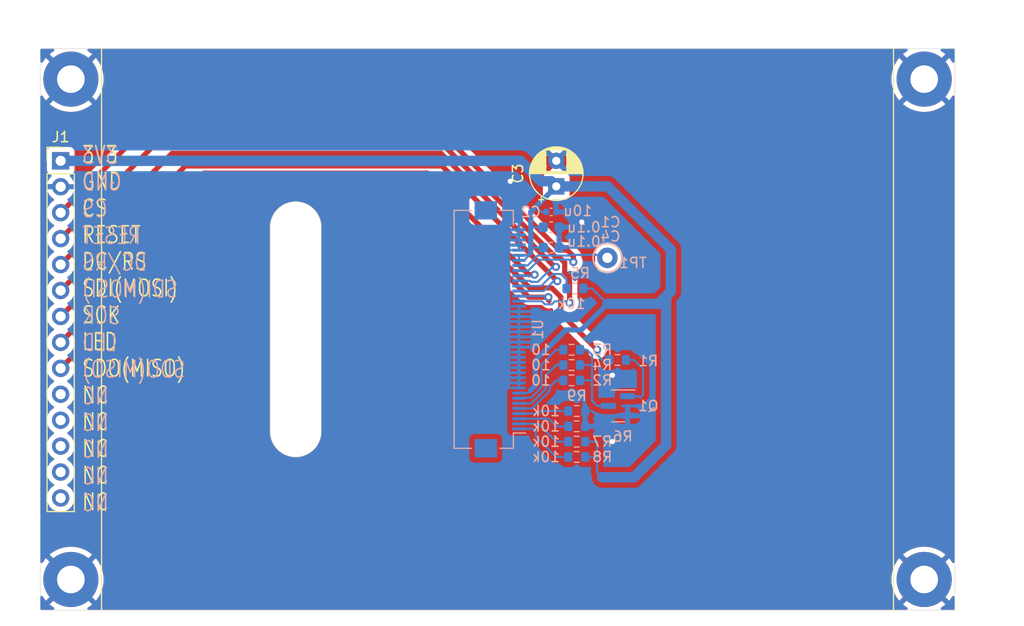
<source format=kicad_pcb>
(kicad_pcb (version 20221018) (generator pcbnew)
  (layers (0 "F.Cu" signal) (31 "B.Cu" signal) (34 "B.Paste" user) (35 "F.Paste" user) (36 "B.SilkS" user "B.Silkscreen") (37 "F.SilkS" user "F.Silkscreen") (38 "B.Mask" user) (39 "F.Mask" user) (44 "Edge.Cuts" user))
  (net 0 "")
  (net 1 "+3V3")
  (net 2 "GND")
  (net 3 "Net-(J1-Pin_3)")
  (net 4 "Net-(J1-Pin_4)")
  (net 5 "Net-(J1-Pin_5)")
  (net 6 "Net-(J1-Pin_6)")
  (net 7 "Net-(J1-Pin_7)")
  (net 8 "Net-(J1-Pin_8)")
  (net 9 "Net-(J1-Pin_9)")
  (net 15 "Net-(R2-Pad1)")
  (net 16 "Net-(R3-Pad1)")
  (net 17 "Net-(R4-Pad1)")
  (net 18 "Net-(Q1-B)")
  (net 19 "Net-(Q1-C)")
  (net 20 "Net-(U1-RD)")
  (net 21 "Net-(U1-IM0)")
  (net 22 "Net-(U1-IM1)")
  (net 23 "Net-(R9-Pad1)")
  (net 24 "Net-(U1-IM2)")
  (net 25 "Net-(U1-FMARK)")
  (footprint "Capacitor_THT:CP_Radial_D5.0mm_P2.50mm" (layer "F.Cu") (at 176.5 113 90)
    (fp_text reference "C3" (at 1.25 -3.75 90) (layer "F.SilkS"))
    (fp_text value "CP")
    (pad "1" thru_hole rect (at 0 0 90) (size 1.6 1.6) (drill 0.8) (layers "*.Cu" "*.Mask") (net 1 "+3V3"))
    (pad "2" thru_hole circle (at 2.5 0 90) (size 1.6 1.6) (drill 0.8) (layers "*.Cu" "*.Mask") (net 2 "GND"))
  )
  (footprint "Connector_PinHeader_2.54mm:PinHeader_1x14_P2.54mm_Vertical" (layer "F.Cu") (at 128 110.5)
    (fp_text reference "J1" (at 0 -2.33) (layer "F.SilkS"))
    (fp_text value "Conn_01x14")
    (pad "1" thru_hole rect (at 0 0) (size 1.7 1.7) (drill 1) (layers "*.Cu" "*.Mask") (net 1 "+3V3"))
    (pad "2" thru_hole oval (at 0 2.54) (size 1.7 1.7) (drill 1) (layers "*.Cu" "*.Mask") (net 2 "GND"))
    (pad "3" thru_hole oval (at 0 5.08) (size 1.7 1.7) (drill 1) (layers "*.Cu" "*.Mask") (net 3 "Net-(J1-Pin_3)"))
    (pad "4" thru_hole oval (at 0 7.62) (size 1.7 1.7) (drill 1) (layers "*.Cu" "*.Mask") (net 4 "Net-(J1-Pin_4)"))
    (pad "5" thru_hole oval (at 0 10.16) (size 1.7 1.7) (drill 1) (layers "*.Cu" "*.Mask") (net 5 "Net-(J1-Pin_5)"))
    (pad "6" thru_hole oval (at 0 12.7) (size 1.7 1.7) (drill 1) (layers "*.Cu" "*.Mask") (net 6 "Net-(J1-Pin_6)"))
    (pad "7" thru_hole oval (at 0 15.24) (size 1.7 1.7) (drill 1) (layers "*.Cu" "*.Mask") (net 7 "Net-(J1-Pin_7)"))
    (pad "8" thru_hole oval (at 0 17.78) (size 1.7 1.7) (drill 1) (layers "*.Cu" "*.Mask") (net 8 "Net-(J1-Pin_8)"))
    (pad "9" thru_hole oval (at 0 20.32) (size 1.7 1.7) (drill 1) (layers "*.Cu" "*.Mask") (net 9 "Net-(J1-Pin_9)"))
    (pad "10" thru_hole oval (at 0 22.86) (size 1.7 1.7) (drill 1) (layers "*.Cu" "*.Mask"))
    (pad "11" thru_hole oval (at 0 25.4) (size 1.7 1.7) (drill 1) (layers "*.Cu" "*.Mask"))
    (pad "12" thru_hole oval (at 0 27.94) (size 1.7 1.7) (drill 1) (layers "*.Cu" "*.Mask"))
    (pad "13" thru_hole oval (at 0 30.48) (size 1.7 1.7) (drill 1) (layers "*.Cu" "*.Mask"))
    (pad "14" thru_hole oval (at 0 33.02) (size 1.7 1.7) (drill 1) (layers "*.Cu" "*.Mask"))
  )
  (footprint "MountingHole:MountingHole_2.7mm_M2.5_Pad_TopBottom" (layer "F.Cu") (at 129 102.5)
    (fp_text reference "H1" hide)
    (fp_text value "MountingHole_Pad")
    (pad "1" thru_hole circle (at 0 0) (size 3.1 3.1) (drill 2.7) (layers "*.Cu" "*.Mask") (net 2 "GND"))
    (pad "1" connect circle (at 0 0) (size 5.4 5.4) (layers "F.Cu" "F.Mask") (net 2 "GND"))
    (pad "1" connect circle (at 0 0) (size 5.4 5.4) (layers "B.Cu" "B.Mask") (net 2 "GND"))
  )
  (footprint "MountingHole:MountingHole_2.7mm_M2.5_Pad_TopBottom" (layer "F.Cu") (at 212.5 102.5)
    (fp_text reference "H3" hide)
    (fp_text value "MountingHole_Pad")
    (pad "1" thru_hole circle (at 0 0) (size 3.1 3.1) (drill 2.7) (layers "*.Cu" "*.Mask") (net 2 "GND"))
    (pad "1" connect circle (at 0 0) (size 5.4 5.4) (layers "F.Cu" "F.Mask") (net 2 "GND"))
    (pad "1" connect circle (at 0 0) (size 5.4 5.4) (layers "B.Cu" "B.Mask") (net 2 "GND"))
  )
  (footprint "MountingHole:MountingHole_2.7mm_M2.5_Pad_TopBottom" (layer "F.Cu") (at 212.5 151.5)
    (fp_text reference "H4" hide)
    (fp_text value "MountingHole_Pad")
    (pad "1" thru_hole circle (at 0 0) (size 3.1 3.1) (drill 2.7) (layers "*.Cu" "*.Mask") (net 2 "GND"))
    (pad "1" connect circle (at 0 0) (size 5.4 5.4) (layers "F.Cu" "F.Mask") (net 2 "GND"))
    (pad "1" connect circle (at 0 0) (size 5.4 5.4) (layers "B.Cu" "B.Mask") (net 2 "GND"))
  )
  (footprint "MountingHole:MountingHole_2.7mm_M2.5_Pad_TopBottom" (layer "F.Cu") (at 129 151.5)
    (fp_text reference "H2" hide)
    (fp_text value "MountingHole_Pad")
    (pad "1" thru_hole circle (at 0 0) (size 3.1 3.1) (drill 2.7) (layers "*.Cu" "*.Mask") (net 2 "GND"))
    (pad "1" connect circle (at 0 0) (size 5.4 5.4) (layers "F.Cu" "F.Mask") (net 2 "GND"))
    (pad "1" connect circle (at 0 0) (size 5.4 5.4) (layers "B.Cu" "B.Mask") (net 2 "GND"))
  )
  (footprint "Capacitor_SMD:C_0603_1608Metric" (layer "B.Cu") (at 176 117)
    (fp_text reference "C1" (at 5.8 -0.5) (layer "B.SilkS") (effects (justify mirror)))
    (fp_text value "0.1u" (at 3.2 0) (layer "B.SilkS") (effects (justify mirror)))
    (pad "1" smd roundrect (at -0.775 0) (size 0.9 0.95) (layers "B.Cu" "B.Paste" "B.Mask") (net 1 "+3V3"))
    (pad "2" smd roundrect (at 0.775 0) (size 0.9 0.95) (layers "B.Cu" "B.Paste" "B.Mask") (net 2 "GND"))
  )
  (footprint "Capacitor_SMD:C_0402_1005Metric" (layer "B.Cu") (at 176 115.5)
    (fp_text reference "C2" (at -2 0) (layer "B.SilkS") (effects (justify mirror)))
    (fp_text value "10u" (at 2.6 -0.1) (layer "B.SilkS") (effects (justify mirror)))
    (pad "1" smd roundrect (at -0.48 0) (size 0.56 0.62) (layers "B.Cu" "B.Paste" "B.Mask") (net 1 "+3V3"))
    (pad "2" smd roundrect (at 0.48 0) (size 0.56 0.62) (layers "B.Cu" "B.Paste" "B.Mask") (net 2 "GND"))
  )
  (footprint "Resistor_SMD:R_0603_1608Metric" (layer "B.Cu") (at 182.5 130 180)
    (fp_text reference "R1" (at -3 -0.1) (layer "B.SilkS") (effects (justify mirror)))
    (fp_text value "R" hide)
    (pad "1" smd roundrect (at -0.825 0 180) (size 0.8 0.95) (layers "B.Cu" "B.Paste" "B.Mask") (net 18 "Net-(Q1-B)"))
    (pad "2" smd roundrect (at 0.825 0 180) (size 0.8 0.95) (layers "B.Cu" "B.Paste" "B.Mask") (net 8 "Net-(J1-Pin_8)"))
  )
  (footprint "Resistor_SMD:R_0603_1608Metric" (layer "B.Cu") (at 178 132)
    (fp_text reference "R2" (at 3 0) (layer "B.SilkS") (effects (justify mirror)))
    (fp_text value "10" (at -3 0) (layer "B.SilkS") (effects (justify mirror)))
    (pad "1" smd roundrect (at -0.825 0) (size 0.8 0.95) (layers "B.Cu" "B.Paste" "B.Mask") (net 15 "Net-(R2-Pad1)"))
    (pad "2" smd roundrect (at 0.825 0) (size 0.8 0.95) (layers "B.Cu" "B.Paste" "B.Mask") (net 19 "Net-(Q1-C)"))
  )
  (footprint "Resistor_SMD:R_0603_1608Metric" (layer "B.Cu") (at 178 129)
    (fp_text reference "R3" (at 3 0) (layer "B.SilkS") (effects (justify mirror)))
    (fp_text value "10" (at -3 0) (layer "B.SilkS") (effects (justify mirror)))
    (pad "1" smd roundrect (at -0.825 0) (size 0.8 0.95) (layers "B.Cu" "B.Paste" "B.Mask") (net 16 "Net-(R3-Pad1)"))
    (pad "2" smd roundrect (at 0.825 0) (size 0.8 0.95) (layers "B.Cu" "B.Paste" "B.Mask") (net 19 "Net-(Q1-C)"))
  )
  (footprint "Resistor_SMD:R_0603_1608Metric" (layer "B.Cu") (at 178 130.5)
    (fp_text reference "R4" (at 3 0) (layer "B.SilkS") (effects (justify mirror)))
    (fp_text value "10" (at -3 0) (layer "B.SilkS") (effects (justify mirror)))
    (pad "1" smd roundrect (at -0.825 0) (size 0.8 0.95) (layers "B.Cu" "B.Paste" "B.Mask") (net 17 "Net-(R4-Pad1)"))
    (pad "2" smd roundrect (at 0.825 0) (size 0.8 0.95) (layers "B.Cu" "B.Paste" "B.Mask") (net 19 "Net-(Q1-C)"))
  )
  (footprint "Resistor_SMD:R_0603_1608Metric" (layer "B.Cu") (at 178.325 123)
    (fp_text reference "R5" (at 0.5 -1.5) (layer "B.SilkS") (effects (justify mirror)))
    (fp_text value "10k" (at -0.325 1.5) (layer "B.SilkS") (effects (justify mirror)))
    (pad "1" smd roundrect (at -0.825 0) (size 0.8 0.95) (layers "B.Cu" "B.Paste" "B.Mask") (net 20 "Net-(U1-RD)"))
    (pad "2" smd roundrect (at 0.825 0) (size 0.8 0.95) (layers "B.Cu" "B.Paste" "B.Mask") (net 1 "+3V3"))
  )
  (footprint "Resistor_SMD:R_0603_1608Metric" (layer "B.Cu") (at 178.5 136.5)
    (fp_text reference "R6" (at 4.5 1) (layer "B.SilkS") (effects (justify mirror)))
    (fp_text value "10k" (at -3 0) (layer "B.SilkS") (effects (justify mirror)))
    (pad "1" smd roundrect (at -0.825 0) (size 0.8 0.95) (layers "B.Cu" "B.Paste" "B.Mask") (net 21 "Net-(U1-IM0)"))
    (pad "2" smd roundrect (at 0.825 0) (size 0.8 0.95) (layers "B.Cu" "B.Paste" "B.Mask") (net 2 "GND"))
  )
  (footprint "Resistor_SMD:R_0603_1608Metric" (layer "B.Cu") (at 178.5 138)
    (fp_text reference "R7" (at 2.5 0) (layer "B.SilkS") (effects (justify mirror)))
    (fp_text value "10k" (at -3 0) (layer "B.SilkS") (effects (justify mirror)))
    (pad "1" smd roundrect (at -0.825 0) (size 0.8 0.95) (layers "B.Cu" "B.Paste" "B.Mask") (net 22 "Net-(U1-IM1)"))
    (pad "2" smd roundrect (at 0.825 0) (size 0.8 0.95) (layers "B.Cu" "B.Paste" "B.Mask") (net 1 "+3V3"))
  )
  (footprint "Resistor_SMD:R_0603_1608Metric" (layer "B.Cu") (at 178.5 139.5)
    (fp_text reference "R8" (at 2.5 0) (layer "B.SilkS") (effects (justify mirror)))
    (fp_text value "10k" (at -3 0) (layer "B.SilkS") (effects (justify mirror)))
    (pad "1" smd roundrect (at -0.825 0) (size 0.8 0.95) (layers "B.Cu" "B.Paste" "B.Mask") (net 24 "Net-(U1-IM2)"))
    (pad "2" smd roundrect (at 0.825 0) (size 0.8 0.95) (layers "B.Cu" "B.Paste" "B.Mask") (net 1 "+3V3"))
  )
  (footprint "TestPoint:TestPoint_Keystone_5000-5004_Miniature" (layer "B.Cu") (at 181.5 120 180)
    (fp_text reference "TP1" (at -2.5 -0.5) (layer "B.SilkS") (effects (justify mirror)))
    (fp_text value "TestPoint")
    (pad "1" thru_hole circle (at 0 0 180) (size 2 2) (drill 1) (layers "*.Cu" "*.Mask") (net 25 "Net-(U1-FMARK)"))
  )
  (footprint "library:Hirose_40P0.50mm_Horizontal_Reverse" (layer "B.Cu") (at 171 127 90)
    (fp_text reference "U1" (at 0 3.7 90) (layer "B.SilkS") (effects (justify mirror)))
    (fp_text value "LCD_FPC40pin")
    (pad "1" smd rect (at 9.75 1.85 90) (size 0.3 1.3) (layers "B.Cu" "B.Paste" "B.Mask") (net 2 "GND"))
    (pad "2" smd rect (at 9.25 1.85 90) (size 0.3 1.3) (layers "B.Cu" "B.Paste" "B.Mask") (net 2 "GND"))
    (pad "3" smd rect (at 8.75 1.85 90) (size 0.3 1.3) (layers "B.Cu" "B.Paste" "B.Mask") (net 2 "GND"))
    (pad "4" smd rect (at 8.25 1.85 90) (size 0.3 1.3) (layers "B.Cu" "B.Paste" "B.Mask") (net 2 "GND"))
    (pad "5" smd rect (at 7.75 1.85 90) (size 0.3 1.3) (layers "B.Cu" "B.Paste" "B.Mask") (net 2 "GND"))
    (pad "6" smd rect (at 7.25 1.85 90) (size 0.3 1.3) (layers "B.Cu" "B.Paste" "B.Mask") (net 1 "+3V3"))
    (pad "7" smd rect (at 6.75 1.85 90) (size 0.3 1.3) (layers "B.Cu" "B.Paste" "B.Mask") (net 1 "+3V3"))
    (pad "8" smd rect (at 6.25 1.85 90) (size 0.3 1.3) (layers "B.Cu" "B.Paste" "B.Mask") (net 25 "Net-(U1-FMARK)"))
    (pad "9" smd rect (at 5.75 1.85 90) (size 0.3 1.3) (layers "B.Cu" "B.Paste" "B.Mask") (net 3 "Net-(J1-Pin_3)"))
    (pad "10" smd rect (at 5.25 1.85 90) (size 0.3 1.3) (layers "B.Cu" "B.Paste" "B.Mask") (net 7 "Net-(J1-Pin_7)"))
    (pad "11" smd rect (at 4.75 1.85 90) (size 0.3 1.3) (layers "B.Cu" "B.Paste" "B.Mask") (net 5 "Net-(J1-Pin_5)"))
    (pad "12" smd rect (at 4.25 1.85 90) (size 0.3 1.3) (layers "B.Cu" "B.Paste" "B.Mask") (net 20 "Net-(U1-RD)"))
    (pad "13" smd rect (at 3.75 1.85 90) (size 0.3 1.3) (layers "B.Cu" "B.Paste" "B.Mask") (net 6 "Net-(J1-Pin_6)"))
    (pad "14" smd rect (at 3.25 1.85 90) (size 0.3 1.3) (layers "B.Cu" "B.Paste" "B.Mask") (net 9 "Net-(J1-Pin_9)"))
    (pad "15" smd rect (at 2.75 1.85 90) (size 0.3 1.3) (layers "B.Cu" "B.Paste" "B.Mask") (net 4 "Net-(J1-Pin_4)"))
    (pad "16" smd rect (at 2.25 1.85 90) (size 0.3 1.3) (layers "B.Cu" "B.Paste" "B.Mask") (net 2 "GND"))
    (pad "17" smd rect (at 1.75 1.85 90) (size 0.3 1.3) (layers "B.Cu" "B.Paste" "B.Mask") (net 2 "GND"))
    (pad "18" smd rect (at 1.25 1.85 90) (size 0.3 1.3) (layers "B.Cu" "B.Paste" "B.Mask") (net 2 "GND"))
    (pad "19" smd rect (at 0.75 1.85 90) (size 0.3 1.3) (layers "B.Cu" "B.Paste" "B.Mask") (net 2 "GND"))
    (pad "20" smd rect (at 0.25 1.85 90) (size 0.3 1.3) (layers "B.Cu" "B.Paste" "B.Mask") (net 2 "GND"))
    (pad "21" smd rect (at -0.25 1.85 90) (size 0.3 1.3) (layers "B.Cu" "B.Paste" "B.Mask") (net 2 "GND"))
    (pad "22" smd rect (at -0.75 1.85 90) (size 0.3 1.3) (layers "B.Cu" "B.Paste" "B.Mask") (net 2 "GND"))
    (pad "23" smd rect (at -1.25 1.85 90) (size 0.3 1.3) (layers "B.Cu" "B.Paste" "B.Mask") (net 2 "GND"))
    (pad "24" smd rect (at -1.75 1.85 90) (size 0.3 1.3) (layers "B.Cu" "B.Paste" "B.Mask") (net 2 "GND"))
    (pad "25" smd rect (at -2.75 1.85 90) (size 0.3 1.3) (layers "B.Cu" "B.Paste" "B.Mask") (net 2 "GND"))
    (pad "26" smd rect (at -2.25 1.85 90) (size 0.3 1.3) (layers "B.Cu" "B.Paste" "B.Mask") (net 2 "GND"))
    (pad "27" smd rect (at -3.25 1.85 90) (size 0.3 1.3) (layers "B.Cu" "B.Paste" "B.Mask") (net 2 "GND"))
    (pad "28" smd rect (at -3.75 1.85 90) (size 0.3 1.3) (layers "B.Cu" "B.Paste" "B.Mask") (net 2 "GND"))
    (pad "29" smd rect (at -4.25 1.85 90) (size 0.3 1.3) (layers "B.Cu" "B.Paste" "B.Mask") (net 2 "GND"))
    (pad "30" smd rect (at -4.75 1.85 90) (size 0.3 1.3) (layers "B.Cu" "B.Paste" "B.Mask") (net 2 "GND"))
    (pad "31" smd rect (at -5.25 1.85 90) (size 0.3 1.3) (layers "B.Cu" "B.Paste" "B.Mask") (net 2 "GND"))
    (pad "32" smd rect (at -5.75 1.85 90) (size 0.3 1.3) (layers "B.Cu" "B.Paste" "B.Mask") (net 2 "GND"))
    (pad "33" smd rect (at -6.25 1.85 90) (size 0.3 1.3) (layers "B.Cu" "B.Paste" "B.Mask") (net 1 "+3V3"))
    (pad "34" smd rect (at -6.75 1.85 90) (size 0.3 1.3) (layers "B.Cu" "B.Paste" "B.Mask") (net 16 "Net-(R3-Pad1)"))
    (pad "35" smd rect (at -7.25 1.85 90) (size 0.3 1.3) (layers "B.Cu" "B.Paste" "B.Mask") (net 17 "Net-(R4-Pad1)"))
    (pad "36" smd rect (at -7.75 1.85 90) (size 0.3 1.3) (layers "B.Cu" "B.Paste" "B.Mask") (net 15 "Net-(R2-Pad1)"))
    (pad "37" smd rect (at -8.25 1.85 90) (size 0.3 1.3) (layers "B.Cu" "B.Paste" "B.Mask") (net 23 "Net-(R9-Pad1)"))
    (pad "38" smd rect (at -8.75 1.85 90) (size 0.3 1.3) (layers "B.Cu" "B.Paste" "B.Mask") (net 21 "Net-(U1-IM0)"))
    (pad "39" smd rect (at -9.25 1.85 90) (size 0.3 1.3) (layers "B.Cu" "B.Paste" "B.Mask") (net 22 "Net-(U1-IM1)"))
    (pad "40" smd rect (at -9.75 1.85 90) (size 0.3 1.3) (layers "B.Cu" "B.Paste" "B.Mask") (net 24 "Net-(U1-IM2)"))
    (pad "MP" smd rect (at -11.65 -1.4 90) (size 1.8 2.2) (layers "B.Cu" "B.Paste" "B.Mask"))
    (pad "MP" smd rect (at 11.65 -1.4 90) (size 1.8 2.2) (layers "B.Cu" "B.Paste" "B.Mask"))
  )
  (footprint "Resistor_SMD:R_0603_1608Metric" (layer "B.Cu") (at 178.5 135)
    (fp_text reference "R9" (at 0 -1.5) (layer "B.SilkS") (effects (justify mirror)))
    (fp_text value "10k" (at -3 0) (layer "B.SilkS") (effects (justify mirror)))
    (pad "1" smd roundrect (at -0.825 0) (size 0.8 0.95) (layers "B.Cu" "B.Paste" "B.Mask") (net 23 "Net-(R9-Pad1)"))
    (pad "2" smd roundrect (at 0.825 0) (size 0.8 0.95) (layers "B.Cu" "B.Paste" "B.Mask") (net 2 "GND"))
  )
  (footprint "Capacitor_SMD:C_0603_1608Metric" (layer "B.Cu") (at 176 119)
    (fp_text reference "C4" (at 5.8 -1.1) (layer "B.SilkS") (effects (justify mirror)))
    (fp_text value "0.1u" (at 3.2 -0.6) (layer "B.SilkS") (effects (justify mirror)))
    (pad "1" smd roundrect (at -0.775 0) (size 0.9 0.95) (layers "B.Cu" "B.Paste" "B.Mask") (net 1 "+3V3"))
    (pad "2" smd roundrect (at 0.775 0) (size 0.9 0.95) (layers "B.Cu" "B.Paste" "B.Mask") (net 2 "GND"))
  )
  (footprint "Package_TO_SOT_SMD:SOT-23" (layer "B.Cu") (at 182.5375 134.5 180)
    (fp_text reference "Q1" (at -2.9625 0) (layer "B.SilkS") (effects (justify mirror)))
    (fp_text value "S8050")
    (pad "1" smd roundrect (at -0.9375 0.95 180) (size 1.475 0.6) (layers "B.Cu" "B.Paste" "B.Mask") (net 18 "Net-(Q1-B)"))
    (pad "2" smd roundrect (at -0.9375 -0.95 180) (size 1.475 0.6) (layers "B.Cu" "B.Paste" "B.Mask") (net 2 "GND"))
    (pad "3" smd roundrect (at 0.9375 0 180) (size 1.475 0.6) (layers "B.Cu" "B.Paste" "B.Mask") (net 19 "Net-(Q1-C)"))
  )
  (gr_line (start 209.5 99.5) (end 209.5 154.5) (stroke (width 0.12)) (layer "F.SilkS"))
  (gr_line (start 132 99.5) (end 132 154.5) (stroke (width 0.12)) (layer "F.SilkS"))
  (gr_line (start 215.5 154.5) (end 215.5 99.5) (stroke (width 0.05)) (layer "Edge.Cuts"))
  (gr_line (start 215.5 99.5) (end 126 99.5) (stroke (width 0.05)) (layer "Edge.Cuts"))
  (gr_line (start 148.5 127) (end 148.5 137) (stroke (width 0.05)) (layer "Edge.Cuts"))
  (gr_line (start 126 99.5) (end 126 154.5) (stroke (width 0.05)) (layer "Edge.Cuts"))
  (gr_line (start 215.5 143.5) (end 215.5 127) (stroke (width 0.05)) (layer "Edge.Cuts"))
  (gr_line (start 126 143) (end 126 143.5) (stroke (width 0.05)) (layer "Edge.Cuts"))
  (gr_line (start 148.5 127) (end 148.5 117) (stroke (width 0.05)) (layer "Edge.Cuts"))
  (gr_line (start 215.5 127) (end 215.5 99.5) (stroke (width 0.05)) (layer "Edge.Cuts"))
  (gr_line (start 153.5 127) (end 153.5 117) (stroke (width 0.05)) (layer "Edge.Cuts"))
  (gr_line (start 126 127) (end 126 143) (stroke (width 0.05)) (layer "Edge.Cuts"))
  (gr_arc (start 148.5 117) (mid 151 114.5) (end 153.5 117) (stroke (width 0.05)) (layer "Edge.Cuts"))
  (gr_line (start 153.5 127) (end 153.5 137) (stroke (width 0.05)) (layer "Edge.Cuts"))
  (gr_line (start 126 154.5) (end 215.5 154.5) (stroke (width 0.05)) (layer "Edge.Cuts"))
  (gr_arc (start 153.5 137) (mid 151 139.5) (end 148.5 137) (stroke (width 0.05)) (layer "Edge.Cuts"))
  (gr_line (start 126 127) (end 126 111) (stroke (width 0.05)) (layer "Edge.Cuts"))
  (gr_text "3V3\nGND\nCS\nRESET\nDC/RS\nSDI(MOSI)\nSCK\nLED\nSDO(MISO)\nNC\nNC\nNC\nNC\nNC" (at 130 127) (layer "B.SilkS") (effects (font (size 1.6256 1.27)) (justify right mirror)))
  (gr_text "3V3\nGND\nCS\nRESET\nDC/RS\nSDI(MOSI)\nSCK\nLED\nSDO(MISO)\nNC\nNC\nNC\nNC\nNC" (at 130 126.9) (layer "F.SilkS") (effects (font (size 1.6256 1.27)) (justify left)))
  (segment (start 174.5 115) (end 175 115.5) (width 0.2032) (layer "B.Cu") (net 1))
  (segment (start 175 119) (end 174.6 119) (width 0.2032) (layer "B.Cu") (net 1))
  (segment (start 174.44439 130.05561) (end 177.437988 127.062012) (width 0.508) (layer "B.Cu") (net 1))
  (segment (start 184.084122 141.5) (end 181 141.5) (width 1.016) (layer "B.Cu") (net 1))
  (segment (start 173.7032 119.75) (end 173.9766 119.4766) (width 0.2032) (layer "B.Cu") (net 1))
  (segment (start 178.937988 127.062012) (end 181.5 124.5) (width 0.508) (layer "B.Cu") (net 1))
  (segment (start 187.708001 119.180159) (end 187.708001 123.291999) (width 1.016) (layer "B.Cu") (net 1))
  (segment (start 128 110.5) (end 173 110.5) (width 1.016) (layer "B.Cu") (net 1))
  (segment (start 187.708001 123.291999) (end 187.25 123.75) (width 1.016) (layer "B.Cu") (net 1))
  (segment (start 179.15 123) (end 180 123) (width 0.2032) (layer "B.Cu") (net 1))
  (segment (start 174.44439 132.39759) (end 174.44439 130.05561) (width 0.508) (layer "B.Cu") (net 1))
  (segment (start 176 112.5) (end 176.5 113) (width 1.016) (layer "B.Cu") (net 1))
  (segment (start 179.325 139.5) (end 180.5 139.5) (width 0.2032) (layer "B.Cu") (net 1))
  (segment (start 186.5 124.5) (end 181.5 124.5) (width 1.016) (layer "B.Cu") (net 1))
  (segment (start 175.429776 115.5) (end 175.474888 115.454888) (width 0.2032) (layer "B.Cu") (net 1))
  (segment (start 175 115.5) (end 175.429776 115.5) (width 0.2032) (layer "B.Cu") (net 1))
  (segment (start 173.35 120.25) (end 173.9766 119.6234) (width 0.2032) (layer "B.Cu") (net 1))
  (segment (start 172.85 133.25) (end 173.7032 133.25) (width 0.2032) (layer "B.Cu") (net 1))
  (segment (start 176.5 113) (end 181.527842 113) (width 1.016) (layer "B.Cu") (net 1))
  (segment (start 172.85 119.75) (end 173.7032 119.75) (width 0.2032) (layer "B.Cu") (net 1))
  (segment (start 180.5 138) (end 180.5 141) (width 0.2032) (layer "B.Cu") (net 1))
  (segment (start 172.85 120.25) (end 172.85 119.75) (width 0.2032) (layer "B.Cu") (net 1))
  (segment (start 172.85 120.25) (end 173.35 120.25) (width 0.2032) (layer "B.Cu") (net 1))
  (segment (start 173 110.5) (end 175 112.5) (width 1.016) (layer "B.Cu") (net 1))
  (segment (start 187.25 123.75) (end 187.25 138.334122) (width 1.016) (layer "B.Cu") (net 1))
  (segment (start 175 112.5) (end 176 112.5) (width 1.016) (layer "B.Cu") (net 1))
  (segment (start 177.437988 127.062012) (end 178.937988 127.062012) (width 0.508) (layer "B.Cu") (net 1))
  (segment (start 174.5 115) (end 174 115.5) (width 0.508) (layer "B.Cu") (net 1))
  (segment (start 181 141.5) (end 181.5 141.5) (width 1.016) (layer "B.Cu") (net 1))
  (segment (start 176.5 113) (end 174.5 115) (width 0.508) (layer "B.Cu") (net 1))
  (segment (start 187.25 123.75) (end 186.5 124.5) (width 1.016) (layer "B.Cu") (net 1))
  (segment (start 174 115.5) (end 174 117) (width 0.508) (layer "B.Cu") (net 1))
  (segment (start 175.225 117) (end 174 117) (width 0.2032) (layer "B.Cu") (net 1))
  (segment (start 174 119) (end 174 119.5) (width 0.508) (layer "B.Cu") (net 1))
  (segment (start 180.5 141) (end 181 141.5) (width 0.2032) (layer "B.Cu") (net 1))
  (segment (start 173.9766 132.9766) (end 174.5 132.4532) (width 0.508) (layer "B.Cu") (net 1))
  (segment (start 175 119) (end 175.5 119) (width 0.508) (layer "B.Cu") (net 1))
  (segment (start 174.5 132.4532) (end 174.5 130.490616) (width 0.2032) (layer "B.Cu") (net 1))
  (segment (start 187.25 138.334122) (end 184.084122 141.5) (width 1.016) (layer "B.Cu") (net 1))
  (segment (start 174.5 132.4532) (end 174.44439 132.39759) (width 0.508) (layer "B.Cu") (net 1))
  (segment (start 174 117) (end 174 119) (width 0.508) (layer "B.Cu") (net 1))
  (segment (start 179.325 138) (end 180.5 138) (width 0.2032) (layer "B.Cu") (net 1))
  (segment (start 181.527842 113) (end 187.708001 119.180159) (width 1.016) (layer "B.Cu") (net 1))
  (segment (start 180 123) (end 181.5 124.5) (width 0.2032) (layer "B.Cu") (net 1))
  (segment (start 173.9766 119.6234) (end 173.9766 119.4766) (width 0.2032) (layer "B.Cu") (net 1))
  (segment (start 174.6 119) (end 174 119) (width 0.2032) (layer "B.Cu") (net 1))
  (segment (start 173.7032 133.25) (end 173.9766 132.9766) (width 0.2032) (layer "B.Cu") (net 1))
  (segment (start 184 127) (end 184 129.5) (width 1.016) (layer "F.Cu") (net 2))
  (segment (start 180 121.027842) (end 180 123) (width 1.016) (layer "F.Cu") (net 2))
  (segment (start 180 123) (end 184 127) (width 1.016) (layer "F.Cu") (net 2))
  (segment (start 176.5 110.5) (end 177.63137 110.5) (width 1.016) (layer "F.Cu") (net 2))
  (segment (start 180 118.972158) (end 179.791999 119.180159) (width 1.016) (layer "F.Cu") (net 2))
  (segment (start 176.5 110.5) (end 175.36863 110.5) (width 1.016) (layer "F.Cu") (net 2))
  (segment (start 184 129.5) (end 184 136) (width 1.016) (layer "F.Cu") (net 2))
  (segment (start 179.791999 119.180159) (end 179.791999 120.819841) (width 1.016) (layer "F.Cu") (net 2))
  (segment (start 173.36863 112.5) (end 172 112.5) (width 1.016) (layer "F.Cu") (net 2))
  (segment (start 184 129.5) (end 182 131.5) (width 1.016) (layer "F.Cu") (net 2))
  (segment (start 180.5 114.5) (end 180 115) (width 1.016) (layer "F.Cu") (net 2))
  (segment (start 180 115) (end 180 118.972158) (width 1.016) (layer "F.Cu") (net 2))
  (segment (start 179.5 116.5) (end 179 116.5) (width 1.016) (layer "F.Cu") (net 2))
  (segment (start 177.63137 110.5) (end 180.5 113.36863) (width 1.016) (layer "F.Cu") (net 2))
  (segment (start 179.791999 120.819841) (end 180 121.027842) (width 1.016) (layer "F.Cu") (net 2))
  (segment (start 175.36863 110.5) (end 173.36863 112.5) (width 1.016) (layer "F.Cu") (net 2))
  (segment (start 180.5 114.5) (end 180.5 115.5) (width 1.016) (layer "F.Cu") (net 2))
  (segment (start 180.5 115.5) (end 179.5 116.5) (width 1.016) (layer "F.Cu") (net 2))
  (segment (start 180.5 113.36863) (end 180.5 114.5) (width 1.016) (layer "F.Cu") (net 2))
  (segment (start 184 136) (end 182 138) (width 1.016) (layer "F.Cu") (net 2))
  (via (at 172 112.5) (size 1.016) (drill 0.508) (layers "F.Cu" "B.Cu") (net 2))
  (via (at 179 116.5) (size 1.016) (drill 0.508) (layers "F.Cu" "B.Cu") (net 2))
  (via (at 182 131.5) (size 1.016) (drill 0.508) (layers "F.Cu" "B.Cu") (net 2))
  (via (at 182 138) (size 1.016) (drill 0.508) (layers "F.Cu" "B.Cu") (net 2))
  (segment (start 171.733998 124.75) (end 171.491999 124.991999) (width 0.2032) (layer "B.Cu") (net 2))
  (segment (start 172.85 119.25) (end 172.85 117.25) (width 0.2032) (layer "B.Cu") (net 2))
  (segment (start 178.5 119) (end 179 118.5) (width 0.2032) (layer "B.Cu") (net 2))
  (segment (start 172.85 126.25) (end 171.75 126.25) (width 0.2032) (layer "B.Cu") (net 2))
  (segment (start 172.85 125.25) (end 171.75 125.25) (width 0.2032) (layer "B.Cu") (net 2))
  (segment (start 172.85 130.75) (end 171.733998 130.75) (width 0.2032) (layer "B.Cu") (net 2))
  (segment (start 179.325 135) (end 180 135) (width 0.2032) (layer "B.Cu") (net 2))
  (segment (start 172.85 117.75) (end 171.75 117.75) (width 0.2032) (layer "B.Cu") (net 2))
  (segment (start 171.75 132.25) (end 171.491999 131.991999) (width 0.2032) (layer "B.Cu") (net 2))
  (segment (start 171.75 126.25) (end 171.491999 125.991999) (width 0.2032) (layer "B.Cu") (net 2))
  (segment (start 171.491999 131.991999) (end 171.491999 132.491999) (width 1.016) (layer "B.Cu") (net 2))
  (segment (start 176.775 119) (end 178.5 119) (width 0.2032) (layer "B.Cu") (net 2))
  (segment (start 178.5 117) (end 179 116.5) (width 0.2032) (layer "B.Cu") (net 2))
  (segment (start 171.733998 129.25) (end 171.491999 129.008001) (width 0.2032) (layer "B.Cu") (net 2))
  (segment (start 172.85 117.25) (end 171.733998 117.25) (width 0.2032) (layer "B.Cu") (net 2))
  (segment (start 171.75 126.75) (end 171.491999 127.008001) (width 0.2032) (layer "B.Cu") (net 2))
  (segment (start 171.733998 119.25) (end 171.491999 119.008001) (width 0.2032) (layer "B.Cu") (net 2))
  (segment (start 183.475 135.45) (end 183.475 136.525) (width 0.25) (layer "B.Cu") (net 2))
  (segment (start 172.85 132.25) (end 171.75 132.25) (width 0.2032) (layer "B.Cu") (net 2))
  (segment (start 171.491999 130.508001) (end 171.491999 131.991999) (width 1.016) (layer "B.Cu") (net 2))
  (segment (start 171.75 117.75) (end 171.491999 117.491999) (width 0.2032) (layer "B.Cu") (net 2))
  (segment (start 171.75 127.75) (end 171.491999 127.491999) (width 0.2032) (layer "B.Cu") (net 2))
  (segment (start 172.85 132.75) (end 171.75 132.75) (width 0.2032) (layer "B.Cu") (net 2))
  (segment (start 171.75 128.75) (end 171.491999 128.491999) (width 0.2032) (layer "B.Cu") (net 2))
  (segment (start 171.75 118.75) (end 171.491999 118.491999) (width 0.2032) (layer "B.Cu") (net 2))
  (segment (start 171.491999 127.491999) (end 171.491999 128.491999) (width 1.016) (layer "B.Cu") (net 2))
  (segment (start 176.48 115.5) (end 178 115.5) (width 0.2032) (layer "B.Cu") (net 2))
  (segment (start 181.5 136.5) (end 181 136.5) (width 0.2032) (layer "B.Cu") (net 2))
  (segment (start 176.775 117) (end 178.5 117) (width 0.2032) (layer "B.Cu") (net 2))
  (segment (start 171.491999 116.732403) (end 171.491999 117.491999) (width 1.016) (layer "B.Cu") (net 2))
  (segment (start 176.4532 117) (end 176.725 117) (width 0.2032) (layer "B.Cu") (net 2))
  (segment (start 171.733998 125.75) (end 171.491999 125.508001) (width 0.2032) (layer "B.Cu") (net 2))
  (segment (start 183.475 136.525) (end 182 138) (width 0.25) (layer "B.Cu") (net 2))
  (segment (start 171.491999 128.491999) (end 171.491999 129.008001) (width 1.016) (layer "B.Cu") (net 2))
  (segment (start 171.491999 130.008001) (end 171.491999 130.508001) (width 1.016) (layer "B.Cu") (net 2))
  (segment (start 171.733998 127.25) (end 171.491999 127.008001) (width 0.2032) (layer "B.Cu") (net 2))
  (segment (start 172.85 127.25) (end 171.733998 127.25) (width 0.2032) (layer "B.Cu") (net 2))
  (segment (start 172 116.224402) (end 171.491999 116.732403) (width 1.016) (layer "B.Cu") (net 2))
  (segment (start 171.733998 131.75) (end 171.491999 131.991999) (width 0.2032) (layer "B.Cu") (net 2))
  (segment (start 172.85 132.75) (end 172.85 124.75) (width 0.2032) (layer "B.Cu") (net 2))
  (segment (start 172.85 125.75) (end 171.733998 125.75) (width 0.2032) (layer "B.Cu") (net 2))
  (segment (start 180 135) (end 182 137) (width 0.2032) (layer "B.Cu") (net 2))
  (segment (start 179 118.5) (end 179 116.5) (width 0.2032) (layer "B.Cu") (net 2))
  (segment (start 172.85 130.25) (end 171.733998 130.25) (width 0.2032) (layer "B.Cu") (net 2))
  (segment (start 172.85 126.75) (end 171.75 126.75) (width 0.2032) (layer "B.Cu") (net 2))
  (segment (start 183.5 135.45) (end 184.05 135.45) (width 0.2032) (layer "B.Cu") (net 2))
  (segment (start 171.75 129.75) (end 171.491999 130.008001) (width 0.2032) (layer "B.Cu") (net 2))
  (segment (start 172.85 131.75) (end 171.733998 131.75) (width 0.2032) (layer "B.Cu") (net 2))
  (segment (start 171.733998 128.25) (end 171.491999 128.491999) (width 0.2032) (layer "B.Cu") (net 2))
  (segment (start 172.85 128.25) (end 171.733998 128.25) (width 0.2032) (layer "B.Cu") (net 2))
  (segment (start 172.85 118.25) (end 171.733998 118.25) (width 0.2032) (layer "B.Cu") (net 2))
  (segment (start 171.733998 118.25) (end 171.491999 118.491999) (width 0.2032) (layer "B.Cu") (net 2))
  (segment (start 171.491999 125.508001) (end 171.491999 125.991999) (width 1.016) (layer "B.Cu") (net 2))
  (segment (start 172.85 119.25) (end 171.733998 119.25) (width 0.2032) (layer "B.Cu") (net 2))
  (segment (start 172.85 127.75) (end 171.75 127.75) (width 0.2032) (layer "B.Cu") (net 2))
  (segment (start 172.85 124.75) (end 171.733998 124.75) (width 0.2032) (layer "B.Cu") (net 2))
  (segment (start 172 112.5) (end 172 116.224402) (width 1.016) (layer "B.Cu") (net 2))
  (segment (start 171.491999 124.991999) (end 171.491999 125.508001) (width 1.016) (layer "B.Cu") (net 2))
  (segment (start 171.491999 125.991999) (end 171.491999 127.008001) (width 1.016) (layer "B.Cu") (net 2))
  (segment (start 176.725 117) (end 177 117) (width 0.2032) (layer "B.Cu") (net 2))
  (segment (start 171.491999 117.491999) (end 171.491999 118.491999) (width 1.016) (layer "B.Cu") (net 2))
  (segment (start 171.75 125.25) (end 171.491999 124.991999) (width 0.2032) (layer "B.Cu") (net 2))
  (segment (start 171.491999 129.008001) (end 171.491999 130.008001) (width 1.016) (layer "B.Cu") (net 2))
  (segment (start 171.491999 127.008001) (end 171.491999 127.491999) (width 1.016) (layer "B.Cu") (net 2))
  (segment (start 171.75 132.75) (end 171.491999 132.491999) (width 0.2032) (layer "B.Cu") (net 2))
  (segment (start 179.325 136.5) (end 181.5 136.5) (width 0.2032) (layer "B.Cu") (net 2))
  (segment (start 171.733998 130.75) (end 171.491999 130.508001) (width 0.2032) (layer "B.Cu") (net 2))
  (segment (start 171.491999 118.491999) (end 171.491999 119.008001) (width 1.016) (layer "B.Cu") (net 2))
  (segment (start 172.85 128.75) (end 171.75 128.75) (width 0.2032) (layer "B.Cu") (net 2))
  (segment (start 171.733998 130.25) (end 171.491999 130.008001) (width 0.2032) (layer "B.Cu") (net 2))
  (segment (start 172.85 129.25) (end 171.733998 129.25) (width 0.2032) (layer "B.Cu") (net 2))
  (segment (start 171.491999 119.008001) (end 171.491999 124.991999) (width 1.016) (layer "B.Cu") (net 2))
  (segment (start 182 137) (end 182 138) (width 0.2032) (layer "B.Cu") (net 2))
  (segment (start 172.85 129.75) (end 171.75 129.75) (width 0.2032) (layer "B.Cu") (net 2))
  (segment (start 178 115.5) (end 179 116.5) (width 0.2032) (layer "B.Cu") (net 2))
  (segment (start 172.85 118.75) (end 171.75 118.75) (width 0.2032) (layer "B.Cu") (net 2))
  (segment (start 171.733998 117.25) (end 171.491999 117.491999) (width 0.2032) (layer "B.Cu") (net 2))
  (segment (start 176.808685 119.245937) (end 177.575415 119.245937) (width 0.508) (layer "F.Cu") (net 3))
  (segment (start 178.17552 119.846042) (end 178.17552 120.411727) (width 0.508) (layer "F.Cu") (net 3))
  (segment (start 128 115.58) (end 135.228061 108.351939) (width 0.508) (layer "F.Cu") (net 3))
  (segment (start 177.575415 119.245937) (end 178.17552 119.846042) (width 0.508) (layer "F.Cu") (net 3))
  (segment (start 135.228061 108.351939) (end 165.914687 108.351939) (width 0.508) (layer "F.Cu") (net 3))
  (segment (start 165.914687 108.351939) (end 176.808685 119.245937) (width 0.508) (layer "F.Cu") (net 3))
  (via (at 178.17552 120.411727) (size 0.8) (drill 0.4) (layers "F.Cu" "B.Cu") (net 3))
  (segment (start 177.943614 120.179821) (end 178.17552 120.411727) (width 0.2032) (layer "B.Cu") (net 3))
  (segment (start 173.019481 121.25) (end 173.763108 121.25) (width 0.2032) (layer "B.Cu") (net 3))
  (segment (start 174.833287 120.179821) (end 177.943614 120.179821) (width 0.2032) (layer "B.Cu") (net 3))
  (segment (start 173.763108 121.25) (end 174.833287 120.179821) (width 0.2032) (layer "B.Cu") (net 3))
  (segment (start 177.323407 121.422163) (end 177.8 121.898756) (width 0.508) (layer "F.Cu") (net 4))
  (segment (start 177.323407 120.47151) (end 177.323407 121.422163) (width 0.508) (layer "F.Cu") (net 4))
  (segment (start 176.45267 119.953948) (end 176.805845 119.953948) (width 0.508) (layer "F.Cu") (net 4))
  (segment (start 137.06005 109.05995) (end 165.558673 109.059951) (width 0.508) (layer "F.Cu") (net 4))
  (segment (start 128 118.12) (end 137.06005 109.05995) (width 0.508) (layer "F.Cu") (net 4))
  (segment (start 177.8 121.898756) (end 177.8 124.4) (width 0.508) (layer "F.Cu") (net 4))
  (segment (start 176.805845 119.953948) (end 177.323407 120.47151) (width 0.508) (layer "F.Cu") (net 4))
  (segment (start 165.558673 109.059951) (end 176.45267 119.953948) (width 0.508) (layer "F.Cu") (net 4))
  (via (at 177.8 124.4) (size 0.8) (drill 0.4) (layers "F.Cu" "B.Cu") (net 4))
  (segment (start 177.65 124.25) (end 177.8 124.4) (width 0.2032) (layer "B.Cu") (net 4))
  (segment (start 175.385928 124.551812) (end 176.059466 124.551812) (width 0.2032) (layer "B.Cu") (net 4))
  (segment (start 172.85 124.25) (end 175.084116 124.25) (width 0.2032) (layer "B.Cu") (net 4))
  (segment (start 176.059466 124.551812) (end 176.361278 124.25) (width 0.2032) (layer "B.Cu") (net 4))
  (segment (start 176.361278 124.25) (end 177.65 124.25) (width 0.2032) (layer "B.Cu") (net 4))
  (segment (start 175.084116 124.25) (end 175.385928 124.551812) (width 0.2032) (layer "B.Cu") (net 4))
  (segment (start 138.892039 109.767961) (end 165.225125 109.767961) (width 0.508) (layer "F.Cu") (net 5))
  (segment (start 128 120.66) (end 138.892039 109.767961) (width 0.508) (layer "F.Cu") (net 5))
  (segment (start 165.225125 109.767961) (end 176.338595 120.881431) (width 0.508) (layer "F.Cu") (net 5))
  (segment (start 176.338595 120.881431) (end 176.469406 120.881431) (width 0.508) (layer "F.Cu") (net 5))
  (via (at 176.469406 120.881431) (size 0.8) (drill 0.4) (layers "F.Cu" "B.Cu") (net 5))
  (segment (start 174.039198 122.353067) (end 174.690465 122.353067) (width 0.2032) (layer "B.Cu") (net 5))
  (segment (start 176.162101 120.881431) (end 176.469406 120.881431) (width 0.2032) (layer "B.Cu") (net 5))
  (segment (start 173.019481 122.25) (end 173.936131 122.25) (width 0.2032) (layer "B.Cu") (net 5))
  (segment (start 174.690465 122.353067) (end 176.162101 120.881431) (width 0.2032) (layer "B.Cu") (net 5))
  (segment (start 173.936131 122.25) (end 174.039198 122.353067) (width 0.2032) (layer "B.Cu") (net 5))
  (segment (start 165.320211 111) (end 176.604854 122.284643) (width 0.508) (layer "F.Cu") (net 6))
  (segment (start 140.2 111) (end 165.320211 111) (width 0.508) (layer "F.Cu") (net 6))
  (segment (start 128 123.2) (end 140.2 111) (width 0.508) (layer "F.Cu") (net 6))
  (via (at 176.604854 122.284643) (size 0.8) (drill 0.4) (layers "F.Cu" "B.Cu") (net 6))
  (segment (start 176.23246 122.284643) (end 176.604854 122.284643) (width 0.2032) (layer "B.Cu") (net 6))
  (segment (start 173.019481 123.25) (end 175.267103 123.25) (width 0.2032) (layer "B.Cu") (net 6))
  (segment (start 175.267103 123.25) (end 176.23246 122.284643) (width 0.2032) (layer "B.Cu") (net 6))
  (segment (start 128 125.74) (end 142.03199 111.70801) (width 0.508) (layer "F.Cu") (net 7))
  (segment (start 173.810283 121.651467) (end 174.375968 121.651467) (width 0.508) (layer "F.Cu") (net 7))
  (segment (start 163.866826 111.70801) (end 173.810283 121.651467) (width 0.508) (layer "F.Cu") (net 7))
  (segment (start 142.03199 111.70801) (end 163.866826 111.70801) (width 0.508) (layer "F.Cu") (net 7))
  (via (at 174.375968 121.651467) (size 0.8) (drill 0.4) (layers "F.Cu" "B.Cu") (net 7))
  (segment (start 173.019481 121.75) (end 174.277435 121.75) (width 0.2032) (layer "B.Cu") (net 7))
  (segment (start 174.277435 121.75) (end 174.375968 121.651467) (width 0.2032) (layer "B.Cu") (net 7))
  (segment (start 173.904579 122.944388) (end 176.055357 122.944388) (width 0.508) (layer "F.Cu") (net 8))
  (segment (start 176.945998 125.445998) (end 180.5 129) (width 0.508) (layer "F.Cu") (net 8))
  (segment (start 176.945998 123.835029) (end 176.945998 125.445998) (width 0.508) (layer "F.Cu") (net 8))
  (segment (start 163.376213 112.416022) (end 173.904579 122.944388) (width 0.508) (layer "F.Cu") (net 8))
  (segment (start 176.055357 122.944388) (end 176.945998 123.835029) (width 0.508) (layer "F.Cu") (net 8))
  (segment (start 143.863979 112.416021) (end 163.376213 112.416022) (width 0.508) (layer "F.Cu") (net 8))
  (segment (start 128 128.28) (end 143.863979 112.416021) (width 0.508) (layer "F.Cu") (net 8))
  (via (at 180.5 129) (size 0.8) (drill 0.4) (layers "F.Cu" "B.Cu") (net 8))
  (segment (start 181 130) (end 181.675 130) (width 0.2032) (layer "B.Cu") (net 8))
  (segment (start 180.5 129.5) (end 181 130) (width 0.2032) (layer "B.Cu") (net 8))
  (segment (start 180.5 129) (end 180.5 129.5) (width 0.2032) (layer "B.Cu") (net 8))
  (segment (start 128 130.82) (end 145.695968 113.124032) (width 0.508) (layer "F.Cu") (net 9))
  (segment (start 173.809124 123.850211) (end 175.722697 123.850211) (width 0.508) (layer "F.Cu") (net 9))
  (segment (start 175.722697 124.122697) (end 175.722697 123.850211) (width 0.508) (layer "F.Cu") (net 9))
  (segment (start 163.082945 113.124032) (end 173.809124 123.850211) (width 0.508) (layer "F.Cu") (net 9))
  (segment (start 145.695968 113.124032) (end 163.082945 113.124032) (width 0.508) (layer "F.Cu") (net 9))
  (segment (start 175.8 124.2) (end 175.722697 124.122697) (width 0.508) (layer "F.Cu") (net 9))
  (via (at 175.722697 123.850211) (size 0.8) (drill 0.4) (layers "F.Cu" "B.Cu") (net 9))
  (segment (start 173.019481 123.75) (end 175.622486 123.75) (width 0.2032) (layer "B.Cu") (net 9))
  (segment (start 175.622486 123.75) (end 175.722697 123.850211) (width 0.2032) (layer "B.Cu") (net 9))
  (segment (start 175.862031 132.637969) (end 175.862031 133.017371) (width 0.2032) (layer "B.Cu") (net 15))
  (segment (start 174.129402 134.75) (end 172.85 134.75) (width 0.2032) (layer "B.Cu") (net 15))
  (segment (start 176.5 132) (end 175.862031 132.637969) (width 0.2032) (layer "B.Cu") (net 15))
  (segment (start 175.862031 133.017371) (end 175.5 133.379402) (width 0.2032) (layer "B.Cu") (net 15))
  (segment (start 177.175 132) (end 176.5 132) (width 0.2032) (layer "B.Cu") (net 15))
  (segment (start 176.879402 132) (end 177.175 132) (width 0.2032) (layer "B.Cu") (net 15))
  (segment (start 175.5 133.379402) (end 174.129402 134.75) (width 0.2032) (layer "B.Cu") (net 15))
  (segment (start 174.037349 133.701601) (end 172.85 133.701601) (width 0.2032) (layer "B.Cu") (net 16))
  (segment (start 175 130.5) (end 175.05561 130.55561) (width 0.2032) (layer "B.Cu") (net 16))
  (segment (start 176.5 129) (end 175 130.5) (width 0.2032) (layer "B.Cu") (net 16))
  (segment (start 177.175 129) (end 176.5 129) (width 0.2032) (layer "B.Cu") (net 16))
  (segment (start 172.85 133.701601) (end 172.85 133.75) (width 0.2032) (layer "B.Cu") (net 16))
  (segment (start 175.05561 130.55561) (end 175.05561 132.683341) (width 0.2032) (layer "B.Cu") (net 16))
  (segment (start 175.05561 132.683341) (end 174.037349 133.701601) (width 0.2032) (layer "B.Cu") (net 16))
  (segment (start 175.458821 132.850356) (end 174.059177 134.25) (width 0.2032) (layer "B.Cu") (net 17))
  (segment (start 177.175 130.5) (end 176.5 130.5) (width 0.2032) (layer "B.Cu") (net 17))
  (segment (start 174.059177 134.25) (end 172.85 134.25) (width 0.2032) (layer "B.Cu") (net 17))
  (segment (start 175.458821 131.541179) (end 175.458821 132.850356) (width 0.2032) (layer "B.Cu") (net 17))
  (segment (start 176.5 130.5) (end 175.458821 131.541179) (width 0.2032) (layer "B.Cu") (net 17))
  (segment (start 185 133.4) (end 184.7 133.7) (width 0.2032) (layer "B.Cu") (net 18))
  (segment (start 185 130.8875) (end 185 133.4) (width 0.2032) (layer "B.Cu") (net 18))
  (segment (start 184.1125 130) (end 185 130.8875) (width 0.2032) (layer "B.Cu") (net 18))
  (segment (start 184.55 133.55) (end 183.475 133.55) (width 0.2032) (layer "B.Cu") (net 18))
  (segment (start 184.7 133.7) (end 184.55 133.55) (width 0.2032) (layer "B.Cu") (net 18))
  (segment (start 183.325 130) (end 184.1125 130) (width 0.2032) (layer "B.Cu") (net 18))
  (segment (start 180.5 134.5) (end 180 134) (width 0.2032) (layer "B.Cu") (net 19))
  (segment (start 180 132) (end 180 132.5) (width 0.2032) (layer "B.Cu") (net 19))
  (segment (start 178.825 130.5) (end 180 130.5) (width 0.2032) (layer "B.Cu") (net 19))
  (segment (start 178.825 132) (end 180 132) (width 0.2032) (layer "B.Cu") (net 19))
  (segment (start 180 129.5) (end 180 130.5) (width 0.2032) (layer "B.Cu") (net 19))
  (segment (start 181.5 134.5) (end 180.5 134.5) (width 0.2032) (layer "B.Cu") (net 19))
  (segment (start 178.825 129) (end 179.5 129) (width 0.2032) (layer "B.Cu") (net 19))
  (segment (start 179.5 129) (end 180 129.5) (width 0.2032) (layer "B.Cu") (net 19))
  (segment (start 180 134) (end 180 133.5) (width 0.2032) (layer "B.Cu") (net 19))
  (segment (start 180 130.5) (end 180 133.5) (width 0.2032) (layer "B.Cu") (net 19))
  (segment (start 176.19461 121.583033) (end 176.953124 121.583033) (width 0.2032) (layer "B.Cu") (net 20))
  (segment (start 177.5 122.129909) (end 177.5 123) (width 0.2032) (layer "B.Cu") (net 20))
  (segment (start 176.953124 121.583033) (end 177.5 122.129909) (width 0.2032) (layer "B.Cu") (net 20))
  (segment (start 173.025759 122.756278) (end 175.021365 122.756278) (width 0.2032) (layer "B.Cu") (net 20))
  (segment (start 173.019481 122.75) (end 173.025759 122.756278) (width 0.2032) (layer "B.Cu") (net 20))
  (segment (start 175.021365 122.756278) (end 176.19461 121.583033) (width 0.2032) (layer "B.Cu") (net 20))
  (segment (start 172.85 135.75) (end 175.75 135.75) (width 0.2032) (layer "B.Cu") (net 21))
  (segment (start 176.5 136.5) (end 175.75 135.75) (width 0.2032) (layer "B.Cu") (net 21))
  (segment (start 177.675 136.5) (end 176.5 136.5) (width 0.2032) (layer "B.Cu") (net 21))
  (segment (start 177.675 138) (end 176.5 138) (width 0.2032) (layer "B.Cu") (net 22))
  (segment (start 176.5 138) (end 174.75 136.25) (width 0.2032) (layer "B.Cu") (net 22))
  (segment (start 174.75 136.25) (end 172.85 136.25) (width 0.2032) (layer "B.Cu") (net 22))
  (segment (start 175 135) (end 174.75 135.25) (width 0.2032) (layer "B.Cu") (net 23))
  (segment (start 174.75 135.25) (end 172.85 135.25) (width 0.2032) (layer "B.Cu") (net 23))
  (segment (start 177.675 135) (end 175 135) (width 0.2032) (layer "B.Cu") (net 23))
  (segment (start 177.675 139.5) (end 176.5 139.5) (width 0.2032) (layer "B.Cu") (net 24))
  (segment (start 174.5 137.5) (end 174.5 137) (width 0.2032) (layer "B.Cu") (net 24))
  (segment (start 174.25 136.75) (end 174.5 137) (width 0.2032) (layer "B.Cu") (net 24))
  (segment (start 176.5 139.5) (end 174.5 137.5) (width 0.2032) (layer "B.Cu") (net 24))
  (segment (start 172.85 136.75) (end 174.25 136.75) (width 0.2032) (layer "B.Cu") (net 24))
  (segment (start 177.822861 119.709872) (end 181.209872 119.709872) (width 0.2032) (layer "B.Cu") (net 25))
  (segment (start 172.85 120.75) (end 173.692882 120.75) (width 0.2032) (layer "B.Cu") (net 25))
  (segment (start 173.692882 120.75) (end 174.666272 119.77661) (width 0.2032) (layer "B.Cu") (net 25))
  (segment (start 181.209872 119.709872) (end 181.5 120) (width 0.2032) (layer "B.Cu") (net 25))
  (segment (start 177.756123 119.77661) (end 177.822861 119.709872) (width 0.2032) (layer "B.Cu") (net 25))
  (segment (start 174.666272 119.77661) (end 177.756123 119.77661) (width 0.2032) (layer "B.Cu") (net 25))
  (zone (net 2) (net_name "GND") (layer "F.Cu") (connect_pads (clearance 0.508)) (min_thickness 0.254) (fill yes (thermal_gap 0.508) (thermal_bridge_width 0.508))
    (polygon (pts (xy 215.5 154.5) (xy 126 154.5) (xy 126 99.5) (xy 215.5 99.5)))
  )
  (zone (net 2) (net_name "GND") (layer "B.Cu") (connect_pads (clearance 0.508)) (min_thickness 0.254) (fill yes (thermal_gap 0.508) (thermal_bridge_width 0.508))
    (polygon (pts (xy 215.5 99.5) (xy 215.5 154.5) (xy 126 154.5) (xy 126 99.5)))
  )
)
</source>
